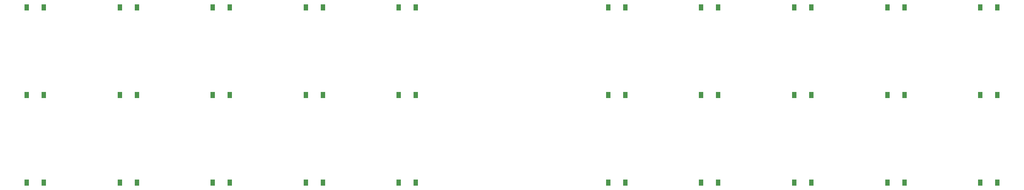
<source format=gbr>
%TF.GenerationSoftware,KiCad,Pcbnew,(6.0.4)*%
%TF.CreationDate,2022-06-28T23:54:07-04:00*%
%TF.ProjectId,satpad,73617470-6164-42e6-9b69-6361645f7063,v1.0.0*%
%TF.SameCoordinates,Original*%
%TF.FileFunction,Paste,Bot*%
%TF.FilePolarity,Positive*%
%FSLAX46Y46*%
G04 Gerber Fmt 4.6, Leading zero omitted, Abs format (unit mm)*
G04 Created by KiCad (PCBNEW (6.0.4)) date 2022-06-28 23:54:07*
%MOMM*%
%LPD*%
G01*
G04 APERTURE LIST*
%ADD10R,0.900000X1.200000*%
G04 APERTURE END LIST*
D10*
%TO.C,D1*%
X1650000Y-4500000D03*
X-1650000Y-4500000D03*
%TD*%
%TO.C,D2*%
X1650000Y12500000D03*
X-1650000Y12500000D03*
%TD*%
%TO.C,D3*%
X1650000Y29500000D03*
X-1650000Y29500000D03*
%TD*%
%TO.C,D4*%
X19650000Y-4500000D03*
X16350000Y-4500000D03*
%TD*%
%TO.C,D5*%
X19650000Y12500000D03*
X16350000Y12500000D03*
%TD*%
%TO.C,D6*%
X19650000Y29500000D03*
X16350000Y29500000D03*
%TD*%
%TO.C,D7*%
X37650000Y-4500000D03*
X34350000Y-4500000D03*
%TD*%
%TO.C,D8*%
X37650000Y12500000D03*
X34350000Y12500000D03*
%TD*%
%TO.C,D9*%
X37650000Y29500000D03*
X34350000Y29500000D03*
%TD*%
%TO.C,D10*%
X55650000Y-4500000D03*
X52350000Y-4500000D03*
%TD*%
%TO.C,D11*%
X55650000Y12500000D03*
X52350000Y12500000D03*
%TD*%
%TO.C,D12*%
X55650000Y29500000D03*
X52350000Y29500000D03*
%TD*%
%TO.C,D13*%
X73650000Y-4500000D03*
X70350000Y-4500000D03*
%TD*%
%TO.C,D14*%
X73650000Y12500000D03*
X70350000Y12500000D03*
%TD*%
%TO.C,D15*%
X73650000Y29500000D03*
X70350000Y29500000D03*
%TD*%
%TO.C,D16*%
X114150000Y-4500000D03*
X110850000Y-4500000D03*
%TD*%
%TO.C,D17*%
X114150000Y12500000D03*
X110850000Y12500000D03*
%TD*%
%TO.C,D18*%
X114150000Y29500000D03*
X110850000Y29500000D03*
%TD*%
%TO.C,D19*%
X132150000Y-4500000D03*
X128850000Y-4500000D03*
%TD*%
%TO.C,D20*%
X132150000Y12500000D03*
X128850000Y12500000D03*
%TD*%
%TO.C,D21*%
X132150000Y29500000D03*
X128850000Y29500000D03*
%TD*%
%TO.C,D22*%
X150150000Y-4500000D03*
X146850000Y-4500000D03*
%TD*%
%TO.C,D23*%
X150150000Y12500000D03*
X146850000Y12500000D03*
%TD*%
%TO.C,D24*%
X150150000Y29500000D03*
X146850000Y29500000D03*
%TD*%
%TO.C,D25*%
X168150000Y-4500000D03*
X164850000Y-4500000D03*
%TD*%
%TO.C,D26*%
X168150000Y12500000D03*
X164850000Y12500000D03*
%TD*%
%TO.C,D27*%
X168150000Y29500000D03*
X164850000Y29500000D03*
%TD*%
%TO.C,D28*%
X186150000Y-4500000D03*
X182850000Y-4500000D03*
%TD*%
%TO.C,D29*%
X186150000Y12500000D03*
X182850000Y12500000D03*
%TD*%
%TO.C,D30*%
X186150000Y29500000D03*
X182850000Y29500000D03*
%TD*%
M02*

</source>
